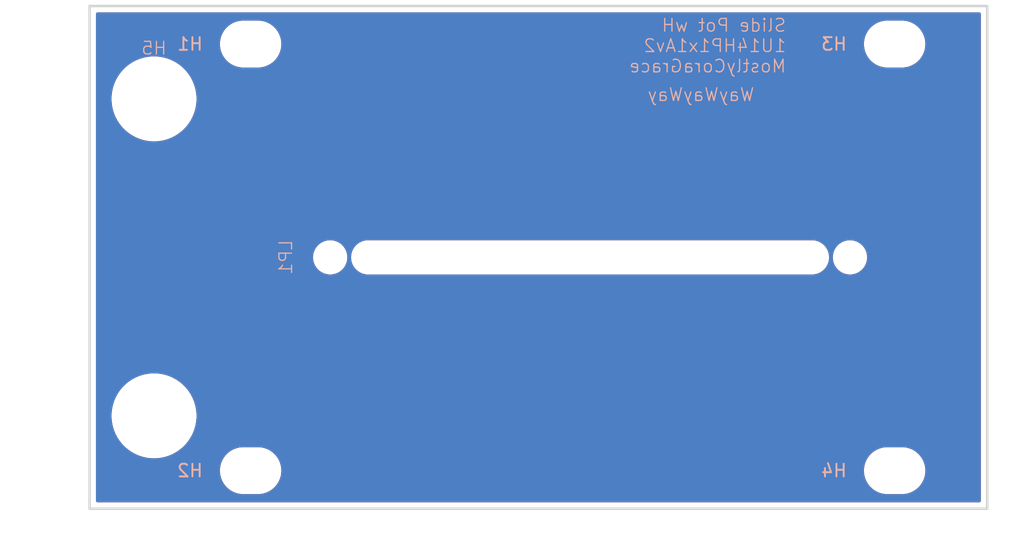
<source format=kicad_pcb>
(kicad_pcb (version 20241229) (generator "pcbnew") (generator_version "9.0")
  (layers (0 "F.Cu" signal) (2 "B.Cu" signal) (13 "F.Paste" user) (15 "B.Paste" user) (5 "F.SilkS" user "F.Silkscreen") (7 "B.SilkS" user "B.Silkscreen") (1 "F.Mask" user) (3 "B.Mask" user) (25 "Edge.Cuts" user))
  (net 0 "")
  (footprint "EXC:MountingHole_3.2mm_M3" (layer "F.Cu") (at 12.7 39.075)
    (property "Reference" "H2" (at -3.683 0 0) (layer "B.SilkS") (effects (justify left mirror)))
    (property "Value" "Eurorack_M3_MountingHole")
    (pad "" np_thru_hole oval (at 0 0) (size 4.34 3.2) (drill oval 4.34 3.2) (layers "*.Cu" "*.Mask"))
  )
  (footprint "EXC:MountingHole_3.2mm_M3" (layer "F.Cu") (at 12.7 5.425)
    (property "Reference" "H1" (at -3.683 0 0) (layer "B.SilkS") (effects (justify left mirror)))
    (property "Value" "Eurorack_M3_MountingHole")
    (pad "" np_thru_hole oval (at 0 0) (size 4.34 3.2) (drill oval 4.34 3.2) (layers "*.Cu" "*.Mask"))
  )
  (footprint "EXC:MountingHole_3.2mm_M3" (layer "F.Cu") (at 63.5 5.425)
    (property "Reference" "H3" (at -3.683 0 0) (layer "B.SilkS") (effects (justify left mirror)))
    (property "Value" "Eurorack_M3_MountingHole")
    (pad "" np_thru_hole oval (at 0 0) (size 4.34 3.2) (drill oval 4.34 3.2) (layers "*.Cu" "*.Mask"))
  )
  (footprint "EXC:MountingHole_3.2mm_M3" (layer "F.Cu") (at 63.5 39.075)
    (property "Reference" "H4" (at -3.683 0 0) (layer "B.SilkS") (effects (justify left mirror)))
    (property "Value" "Eurorack_M3_MountingHole")
    (pad "" np_thru_hole oval (at 0 0) (size 4.34 3.2) (drill oval 4.34 3.2) (layers "*.Cu" "*.Mask"))
  )
  (footprint "EXC:Handle_1UM3P25_B" (layer "F.Cu") (at 5.08 9.75)
    (property "Reference" "H5" (at 0 -4 0) (layer "B.SilkS") (effects (font (thickness 0.1)) (justify mirror)))
    (property "Value" "Handle_1UM3P25_PanelMount_B")
    (pad "" np_thru_hole circle (at 0 0) (size 6.2 6.2) (drill 6.2) (layers "*.Cu" "*.Mask"))
    (pad "" np_thru_hole circle (at 0 25) (size 6.2 6.2) (drill 6.2) (layers "*.Cu" "*.Mask"))
  )
  (footprint "EXC:Linear_Potentiometer_45mm_M2_Panel_Mount" (layer "F.Cu") (at 39.475 22.25 90)
    (property "Reference" "LP1" (at 0 -24.003 90) (layer "B.SilkS") (effects (font (thickness 0.1)) (justify mirror)))
    (property "Value" "Linear_Potentiometer_45mm_M2_Panel_Mount")
    (pad "" np_thru_hole circle (at 0 -20.5 90) (size 2.2 2.2) (drill 2.2) (layers "*.Cu" "*.Mask"))
    (pad "" np_thru_hole oval (at 0 0 90) (size 2.2 37.2) (drill oval 2.2 37.2) (layers "*.Cu" "*.Mask"))
    (pad "" np_thru_hole circle (at 0 20.5 90) (size 2.2 2.2) (drill 2.2) (layers "*.Cu" "*.Mask"))
  )
  (gr_rect (start 0 2.425) (end 70.8 42.075) (stroke (width 0.2)) (fill no) (layer "Edge.Cuts"))
  (gr_text "Slide Pot wH\n1U14HP1x1Av2\nMostlyCoraGrace" (at 55 7.75 0) (layer "B.SilkS") (effects (font (size 1 1) (thickness 0.1)) (justify left bottom mirror)))
  (gr_text "WayWayWay" (at 52.5 10 0) (layer "B.SilkS") (effects (font (size 1 1) (thickness 0.1)) (justify left bottom mirror)))
  (zone (net 0) (net_name "") (layers "F.Cu" "B.Cu") (connect_pads (clearance 0.5)) (min_thickness 0.25) (fill yes (thermal_gap 0.5) (thermal_bridge_width 0.5) (island_removal_mode 1) (island_area_min 10))
    (polygon (pts (xy 0 2.425) (xy 70.8 2.425) (xy 70.8 42.075) (xy 0 42.075)))
  )
)
</source>
